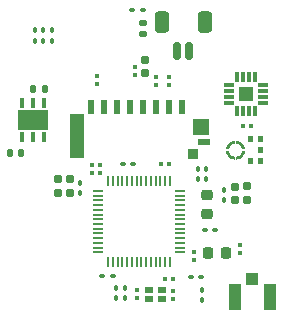
<source format=gbr>
%TF.GenerationSoftware,KiCad,Pcbnew,9.0.6-rc1*%
%TF.CreationDate,2025-12-21T23:59:12+01:00*%
%TF.ProjectId,PCB_PAPI,5043425f-5041-4504-992e-6b696361645f,rev?*%
%TF.SameCoordinates,Original*%
%TF.FileFunction,Paste,Top*%
%TF.FilePolarity,Positive*%
%FSLAX46Y46*%
G04 Gerber Fmt 4.6, Leading zero omitted, Abs format (unit mm)*
G04 Created by KiCad (PCBNEW 9.0.6-rc1) date 2025-12-21 23:59:12*
%MOMM*%
%LPD*%
G01*
G04 APERTURE LIST*
G04 Aperture macros list*
%AMRoundRect*
0 Rectangle with rounded corners*
0 $1 Rounding radius*
0 $2 $3 $4 $5 $6 $7 $8 $9 X,Y pos of 4 corners*
0 Add a 4 corners polygon primitive as box body*
4,1,4,$2,$3,$4,$5,$6,$7,$8,$9,$2,$3,0*
0 Add four circle primitives for the rounded corners*
1,1,$1+$1,$2,$3*
1,1,$1+$1,$4,$5*
1,1,$1+$1,$6,$7*
1,1,$1+$1,$8,$9*
0 Add four rect primitives between the rounded corners*
20,1,$1+$1,$2,$3,$4,$5,0*
20,1,$1+$1,$4,$5,$6,$7,0*
20,1,$1+$1,$6,$7,$8,$9,0*
20,1,$1+$1,$8,$9,$2,$3,0*%
G04 Aperture macros list end*
%ADD10C,0.000000*%
%ADD11RoundRect,0.050000X0.350000X0.050000X-0.350000X0.050000X-0.350000X-0.050000X0.350000X-0.050000X0*%
%ADD12RoundRect,0.050000X0.050000X0.350000X-0.050000X0.350000X-0.050000X-0.350000X0.050000X-0.350000X0*%
%ADD13RoundRect,0.090000X-0.090000X0.139000X-0.090000X-0.139000X0.090000X-0.139000X0.090000X0.139000X0*%
%ADD14RoundRect,0.090000X0.090000X-0.139000X0.090000X0.139000X-0.090000X0.139000X-0.090000X-0.139000X0*%
%ADD15RoundRect,0.140000X-0.140000X-0.170000X0.140000X-0.170000X0.140000X0.170000X-0.140000X0.170000X0*%
%ADD16RoundRect,0.079500X-0.079500X-0.100500X0.079500X-0.100500X0.079500X0.100500X-0.079500X0.100500X0*%
%ADD17RoundRect,0.155000X0.155000X-0.212500X0.155000X0.212500X-0.155000X0.212500X-0.155000X-0.212500X0*%
%ADD18RoundRect,0.218750X-0.218750X-0.256250X0.218750X-0.256250X0.218750X0.256250X-0.218750X0.256250X0*%
%ADD19R,0.850000X0.300000*%
%ADD20R,0.300000X0.850000*%
%ADD21R,1.250000X1.250000*%
%ADD22RoundRect,0.160000X0.160000X-0.197500X0.160000X0.197500X-0.160000X0.197500X-0.160000X-0.197500X0*%
%ADD23RoundRect,0.079500X-0.100500X0.079500X-0.100500X-0.079500X0.100500X-0.079500X0.100500X0.079500X0*%
%ADD24RoundRect,0.090000X-0.139000X-0.090000X0.139000X-0.090000X0.139000X0.090000X-0.139000X0.090000X0*%
%ADD25RoundRect,0.147500X0.172500X-0.147500X0.172500X0.147500X-0.172500X0.147500X-0.172500X-0.147500X0*%
%ADD26R,0.600000X1.250000*%
%ADD27R,1.200000X3.790000*%
%ADD28R,1.450000X1.400000*%
%ADD29R,1.000000X0.600000*%
%ADD30R,0.950000X0.850000*%
%ADD31RoundRect,0.218750X-0.256250X0.218750X-0.256250X-0.218750X0.256250X-0.218750X0.256250X0.218750X0*%
%ADD32RoundRect,0.079500X0.100500X-0.079500X0.100500X0.079500X-0.100500X0.079500X-0.100500X-0.079500X0*%
%ADD33RoundRect,0.090000X0.139000X0.090000X-0.139000X0.090000X-0.139000X-0.090000X0.139000X-0.090000X0*%
%ADD34R,0.750000X0.550000*%
%ADD35RoundRect,0.150000X-0.150000X-0.625000X0.150000X-0.625000X0.150000X0.625000X-0.150000X0.625000X0*%
%ADD36RoundRect,0.250000X-0.350000X-0.650000X0.350000X-0.650000X0.350000X0.650000X-0.350000X0.650000X0*%
%ADD37R,1.050000X2.200000*%
%ADD38R,1.000000X1.050000*%
%ADD39R,2.500000X1.700000*%
G04 APERTURE END LIST*
%TO.C,MK2*%
G36*
X176753000Y-73775000D02*
G01*
X176331000Y-73775000D01*
X176331000Y-73275000D01*
X176753000Y-73275000D01*
X176753000Y-73775000D01*
G37*
G36*
X176753000Y-75075000D02*
G01*
X176331000Y-75075000D01*
X176331000Y-75575000D01*
X176753000Y-75575000D01*
X176753000Y-75075000D01*
G37*
G36*
X177575000Y-73275000D02*
G01*
X177153000Y-73275000D01*
X177153000Y-73775000D01*
X177575000Y-73775000D01*
X177575000Y-73275000D01*
G37*
G36*
X177575000Y-74175000D02*
G01*
X177153000Y-74175000D01*
X177153000Y-74675000D01*
X177575000Y-74675000D01*
X177575000Y-74175000D01*
G37*
G36*
X177575000Y-75575000D02*
G01*
X177153000Y-75575000D01*
X177153000Y-75075000D01*
X177575000Y-75075000D01*
X177575000Y-75575000D01*
G37*
D10*
G36*
X175240000Y-73864700D02*
G01*
X175130200Y-73885700D01*
X175026800Y-73927900D01*
X174933700Y-73989700D01*
X174854700Y-74068700D01*
X174792900Y-74161800D01*
X174750700Y-74265200D01*
X174729700Y-74375000D01*
X174479000Y-74375000D01*
X174506600Y-74209500D01*
X174567500Y-74053300D01*
X174659200Y-73912800D01*
X174777800Y-73794200D01*
X174918300Y-73702500D01*
X175074500Y-73641600D01*
X175240000Y-73614000D01*
X175240000Y-73864700D01*
G37*
G36*
X174750700Y-74584800D02*
G01*
X174792900Y-74688200D01*
X174854700Y-74781300D01*
X174933700Y-74860300D01*
X175026800Y-74922100D01*
X175130200Y-74964300D01*
X175240000Y-74985300D01*
X175240000Y-75236000D01*
X175074500Y-75208400D01*
X174918300Y-75147500D01*
X174777800Y-75055800D01*
X174659200Y-74937200D01*
X174567500Y-74796700D01*
X174506600Y-74640500D01*
X174479000Y-74475000D01*
X174729700Y-74475000D01*
X174750700Y-74584800D01*
G37*
G36*
X175505500Y-73641600D02*
G01*
X175661700Y-73702500D01*
X175802200Y-73794200D01*
X175920800Y-73912800D01*
X176012500Y-74053300D01*
X176073400Y-74209500D01*
X176101000Y-74375000D01*
X175850300Y-74375000D01*
X175829300Y-74265200D01*
X175787100Y-74161800D01*
X175725300Y-74068700D01*
X175646300Y-73989700D01*
X175553200Y-73927900D01*
X175449800Y-73885700D01*
X175340000Y-73864700D01*
X175340000Y-73614000D01*
X175505500Y-73641600D01*
G37*
G36*
X176073400Y-74640500D02*
G01*
X176012500Y-74796700D01*
X175920800Y-74937200D01*
X175802200Y-75055800D01*
X175661700Y-75147500D01*
X175505500Y-75208400D01*
X175340000Y-75236000D01*
X175340000Y-74985300D01*
X175449800Y-74964300D01*
X175553200Y-74922100D01*
X175646300Y-74860300D01*
X175725300Y-74781300D01*
X175787100Y-74688200D01*
X175829300Y-74584800D01*
X175850300Y-74475000D01*
X176101000Y-74475000D01*
X176073400Y-74640500D01*
G37*
%TD*%
D11*
%TO.C,U5*%
X170570000Y-83080000D03*
X170570000Y-82680000D03*
X170570000Y-82280000D03*
X170570000Y-81880000D03*
X170570000Y-81480000D03*
X170570000Y-81080000D03*
X170570000Y-80680000D03*
X170570000Y-80280000D03*
X170570000Y-79880000D03*
X170570000Y-79480000D03*
X170570000Y-79080000D03*
X170570000Y-78680000D03*
X170570000Y-78280000D03*
X170570000Y-77880000D03*
D12*
X169720000Y-77030000D03*
X169320000Y-77030000D03*
X168920000Y-77030000D03*
X168520000Y-77030000D03*
X168120000Y-77030000D03*
X167720000Y-77030000D03*
X167320000Y-77030000D03*
X166920000Y-77030000D03*
X166520000Y-77030000D03*
X166120000Y-77030000D03*
X165720000Y-77030000D03*
X165320000Y-77030000D03*
X164920000Y-77030000D03*
X164520000Y-77030000D03*
D11*
X163670000Y-77880000D03*
X163670000Y-78280000D03*
X163670000Y-78680000D03*
X163670000Y-79080000D03*
X163670000Y-79480000D03*
X163670000Y-79880000D03*
X163670000Y-80280000D03*
X163670000Y-80680000D03*
X163670000Y-81080000D03*
X163670000Y-81480000D03*
X163670000Y-81880000D03*
X163670000Y-82280000D03*
X163670000Y-82680000D03*
X163670000Y-83080000D03*
D12*
X164520000Y-83930000D03*
X164920000Y-83930000D03*
X165320000Y-83930000D03*
X165720000Y-83930000D03*
X166120000Y-83930000D03*
X166520000Y-83930000D03*
X166920000Y-83930000D03*
X167320000Y-83930000D03*
X167720000Y-83930000D03*
X168120000Y-83930000D03*
X168520000Y-83930000D03*
X168920000Y-83930000D03*
X169320000Y-83930000D03*
X169720000Y-83930000D03*
%TD*%
D13*
%TO.C,R3*%
X159025000Y-64285000D03*
X159025000Y-65150000D03*
%TD*%
D14*
%TO.C,R2*%
X159725000Y-65150000D03*
X159725000Y-64285000D03*
%TD*%
D13*
%TO.C,C5*%
X158325000Y-64285000D03*
X158325000Y-65150000D03*
%TD*%
%TO.C,R1*%
X172825000Y-75985000D03*
X172825000Y-76850000D03*
%TD*%
%TO.C,R39*%
X165150000Y-86117500D03*
X165150000Y-86982500D03*
%TD*%
D15*
%TO.C,C24*%
X156200000Y-74700000D03*
X157160000Y-74700000D03*
%TD*%
D16*
%TO.C,R9*%
X163110000Y-75650000D03*
X163800000Y-75650000D03*
%TD*%
D13*
%TO.C,C31*%
X162125000Y-77217500D03*
X162125000Y-78082500D03*
%TD*%
D17*
%TO.C,C32*%
X161250000Y-78017500D03*
X161250000Y-76882500D03*
%TD*%
D18*
%TO.C,L5*%
X172942500Y-83120000D03*
X174517500Y-83120000D03*
%TD*%
D16*
%TO.C,R10*%
X163105000Y-76350000D03*
X163795000Y-76350000D03*
%TD*%
D19*
%TO.C,IC6*%
X177625000Y-70400000D03*
X177625000Y-69900000D03*
X177625000Y-69400000D03*
X177625000Y-68900000D03*
D20*
X176925000Y-68200000D03*
X176425000Y-68200000D03*
X175925000Y-68200000D03*
X175425000Y-68200000D03*
D19*
X174725000Y-68900000D03*
X174725000Y-69400000D03*
X174725000Y-69900000D03*
X174725000Y-70400000D03*
D20*
X175425000Y-71100000D03*
X175925000Y-71100000D03*
X176425000Y-71100000D03*
X176925000Y-71100000D03*
D21*
X176175000Y-69650000D03*
%TD*%
D17*
%TO.C,C47*%
X176300000Y-78642500D03*
X176300000Y-77507500D03*
%TD*%
D22*
%TO.C,R41*%
X160300000Y-78072500D03*
X160300000Y-76877500D03*
%TD*%
D23*
%TO.C,R34*%
X169650000Y-68205000D03*
X169650000Y-68895000D03*
%TD*%
D24*
%TO.C,C66*%
X172717500Y-81150000D03*
X173582500Y-81150000D03*
%TD*%
D16*
%TO.C,R22*%
X169305000Y-85300000D03*
X169995000Y-85300000D03*
%TD*%
D25*
%TO.C,LEDRED1*%
X167450000Y-64617500D03*
X167450000Y-63647500D03*
%TD*%
D17*
%TO.C,C28*%
X167650000Y-67917500D03*
X167650000Y-66782500D03*
%TD*%
D16*
%TO.C,R40*%
X169005000Y-75600000D03*
X169695000Y-75600000D03*
%TD*%
D17*
%TO.C,C60*%
X175275000Y-78667500D03*
X175275000Y-77532500D03*
%TD*%
D14*
%TO.C,R37*%
X165900000Y-86982500D03*
X165900000Y-86117500D03*
%TD*%
D26*
%TO.C,J4*%
X170750000Y-70767000D03*
X169650000Y-70767000D03*
X168550000Y-70767000D03*
X167450000Y-70767000D03*
X166350000Y-70767000D03*
X165250000Y-70767000D03*
X164150000Y-70767000D03*
X163050000Y-70767000D03*
D27*
X161900000Y-73247000D03*
D28*
X172375000Y-72492000D03*
D29*
X172600000Y-73742000D03*
D30*
X171675000Y-74717000D03*
%TD*%
D23*
%TO.C,R29*%
X163525000Y-68155000D03*
X163525000Y-68845000D03*
%TD*%
D14*
%TO.C,C63*%
X174325000Y-78682500D03*
X174325000Y-77817500D03*
%TD*%
D24*
%TO.C,C68*%
X164017500Y-85050000D03*
X164882500Y-85050000D03*
%TD*%
D31*
%TO.C,L4*%
X172850000Y-78262500D03*
X172850000Y-79837500D03*
%TD*%
D32*
%TO.C,C40*%
X166960000Y-86955000D03*
X166960000Y-86265000D03*
%TD*%
D16*
%TO.C,R33*%
X175905000Y-72375000D03*
X176595000Y-72375000D03*
%TD*%
D32*
%TO.C,C29*%
X166750000Y-68045000D03*
X166750000Y-67355000D03*
%TD*%
D14*
%TO.C,C61*%
X172450000Y-87132500D03*
X172450000Y-86267500D03*
%TD*%
D24*
%TO.C,C67*%
X165767500Y-75625000D03*
X166632500Y-75625000D03*
%TD*%
D23*
%TO.C,C3*%
X171770000Y-83065000D03*
X171770000Y-83755000D03*
%TD*%
%TO.C,R38*%
X168550000Y-68205000D03*
X168550000Y-68895000D03*
%TD*%
D32*
%TO.C,C4*%
X175660000Y-83165000D03*
X175660000Y-82475000D03*
%TD*%
D33*
%TO.C,R4*%
X167432500Y-62525000D03*
X166567500Y-62525000D03*
%TD*%
D34*
%TO.C,Y2*%
X169050000Y-86250000D03*
X167950000Y-86250000D03*
X167950000Y-87000000D03*
X169050000Y-87000000D03*
%TD*%
D35*
%TO.C,U1*%
X170375000Y-66075000D03*
X171375000Y-66075000D03*
D36*
X169075000Y-63550000D03*
X172675000Y-63550000D03*
%TD*%
D15*
%TO.C,C22*%
X158170000Y-69250000D03*
X159130000Y-69250000D03*
%TD*%
D37*
%TO.C,J2*%
X178175000Y-86900000D03*
X175225000Y-86900000D03*
D38*
X176700000Y-85375000D03*
%TD*%
D32*
%TO.C,C38*%
X170010000Y-87005000D03*
X170010000Y-86315000D03*
%TD*%
D20*
%TO.C,IC3*%
X159100000Y-70450000D03*
X158150000Y-70450000D03*
X157200000Y-70450000D03*
X157200000Y-73350000D03*
X158150000Y-73350000D03*
X159100000Y-73350000D03*
D39*
X158150000Y-71900000D03*
%TD*%
D14*
%TO.C,C1*%
X172125000Y-76857500D03*
X172125000Y-75992500D03*
%TD*%
D24*
%TO.C,R35*%
X171517500Y-85150000D03*
X172382500Y-85150000D03*
%TD*%
M02*

</source>
